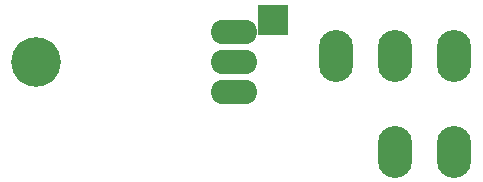
<source format=gbs>
G04 #@! TF.FileFunction,Soldermask,Bot*
%FSLAX46Y46*%
G04 Gerber Fmt 4.6, Leading zero omitted, Abs format (unit mm)*
G04 Created by KiCad (PCBNEW 4.0.1-stable) date 2016-06-23 02:02:48*
%MOMM*%
G01*
G04 APERTURE LIST*
%ADD10C,0.100000*%
%ADD11O,3.900120X2.099260*%
%ADD12C,4.199840*%
%ADD13O,2.900000X4.400000*%
%ADD14R,2.635200X2.635200*%
G04 APERTURE END LIST*
D10*
D11*
X136017000Y-97536000D03*
X136017000Y-100076000D03*
X136017000Y-94996000D03*
D12*
X119253000Y-97536000D03*
D13*
X149646000Y-105156000D03*
X154646000Y-105156000D03*
X154646000Y-97028000D03*
X149646000Y-97028000D03*
X144646000Y-97028000D03*
D14*
X139319000Y-93980000D03*
M02*

</source>
